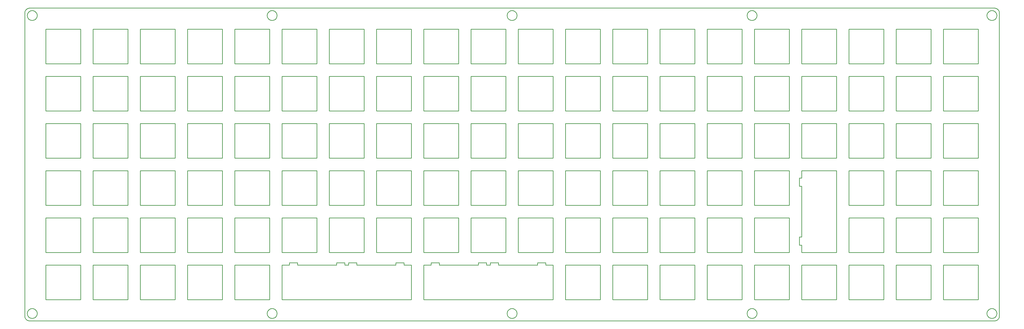
<source format=gbr>
G04 EAGLE Gerber RS-274X export*
G75*
%MOMM*%
%FSLAX34Y34*%
%LPD*%
%IN*%
%IPPOS*%
%AMOC8*
5,1,8,0,0,1.08239X$1,22.5*%
G01*
%ADD10C,0.254000*%


D10*
X951Y22517D02*
X1020Y20946D01*
X1199Y19389D01*
X1502Y17846D01*
X1929Y16330D01*
X2481Y14855D01*
X3128Y13436D01*
X3900Y12072D01*
X4768Y10763D01*
X5746Y9536D01*
X6808Y8365D01*
X7965Y7304D01*
X9192Y6325D01*
X10501Y5457D01*
X11879Y4685D01*
X13298Y4038D01*
X14759Y3486D01*
X16288Y3073D01*
X17818Y2756D01*
X19389Y2577D01*
X20960Y2508D01*
X3910960Y2508D01*
X3912520Y2577D01*
X3914070Y2756D01*
X3915620Y3073D01*
X3917140Y3486D01*
X3918620Y4038D01*
X3920030Y4685D01*
X3921410Y5457D01*
X3922710Y6325D01*
X3923950Y7304D01*
X3925110Y8365D01*
X3926170Y9536D01*
X3927160Y10763D01*
X3928000Y12072D01*
X3928780Y13436D01*
X3929450Y14855D01*
X3929980Y16330D01*
X3930400Y17846D01*
X3930720Y19389D01*
X3930900Y20946D01*
X3930970Y22517D01*
X3930970Y1245510D01*
X3930900Y1247080D01*
X3930720Y1248650D01*
X3930400Y1250180D01*
X3929980Y1251710D01*
X3929450Y1253170D01*
X3928780Y1254590D01*
X3928000Y1255970D01*
X3927160Y1257280D01*
X3926170Y1258510D01*
X3925110Y1259660D01*
X3923950Y1260730D01*
X3922710Y1261700D01*
X3921410Y1262570D01*
X3920030Y1263340D01*
X3918620Y1263990D01*
X3917140Y1264540D01*
X3915620Y1264970D01*
X3914070Y1265270D01*
X3912520Y1265450D01*
X3910960Y1265520D01*
X20960Y1265520D01*
X19389Y1265450D01*
X17818Y1265270D01*
X16288Y1264970D01*
X14759Y1264540D01*
X13298Y1263990D01*
X11879Y1263340D01*
X10501Y1262570D01*
X9192Y1261700D01*
X7965Y1260730D01*
X6808Y1259660D01*
X5746Y1258510D01*
X4768Y1257280D01*
X3900Y1255970D01*
X3128Y1254590D01*
X2481Y1253170D01*
X1929Y1251710D01*
X1502Y1250180D01*
X1199Y1248650D01*
X1020Y1247080D01*
X951Y1245510D01*
X951Y22517D01*
X978447Y1235520D02*
X979442Y1229340D01*
X982278Y1223770D01*
X986688Y1219340D01*
X992269Y1216490D01*
X998456Y1215510D01*
X1004630Y1216490D01*
X1010200Y1219340D01*
X1014630Y1223770D01*
X1017470Y1229340D01*
X1018450Y1235520D01*
X1017470Y1241710D01*
X1014630Y1247280D01*
X1010200Y1251710D01*
X1004630Y1254550D01*
X998456Y1255520D01*
X992269Y1254550D01*
X986688Y1251710D01*
X982278Y1247280D01*
X979442Y1241710D01*
X978447Y1235520D01*
X1945950Y1235520D02*
X1946930Y1229340D01*
X1949770Y1223770D01*
X1954190Y1219340D01*
X1959780Y1216490D01*
X1965950Y1215510D01*
X1972140Y1216490D01*
X1977720Y1219340D01*
X1982130Y1223770D01*
X1984980Y1229340D01*
X1985960Y1235520D01*
X1984980Y1241710D01*
X1982130Y1247280D01*
X1977720Y1251710D01*
X1972140Y1254550D01*
X1965950Y1255520D01*
X1959780Y1254550D01*
X1954190Y1251710D01*
X1949770Y1247280D01*
X1946930Y1241710D01*
X1945950Y1235520D01*
X2913450Y1235520D02*
X2914440Y1229340D01*
X2917280Y1223770D01*
X2921700Y1219340D01*
X2927270Y1216490D01*
X2933460Y1215510D01*
X2939630Y1216490D01*
X2945210Y1219340D01*
X2949630Y1223770D01*
X2952470Y1229340D01*
X2953450Y1235520D01*
X2952470Y1241710D01*
X2949630Y1247280D01*
X2945210Y1251710D01*
X2939630Y1254550D01*
X2933460Y1255520D01*
X2927270Y1254550D01*
X2921700Y1251710D01*
X2917280Y1247280D01*
X2914440Y1241710D01*
X2913450Y1235520D01*
X2562710Y1040270D02*
X2702700Y1040270D01*
X2702700Y1180270D01*
X2562710Y1180270D01*
X2562710Y1040270D01*
X1038700Y849768D02*
X1178690Y849768D01*
X1178690Y989764D01*
X1038700Y989764D01*
X1038700Y849768D01*
X1610210Y849768D02*
X1750200Y849768D01*
X1750200Y989764D01*
X1610210Y989764D01*
X1610210Y849768D01*
X2753210Y849768D02*
X2893200Y849768D01*
X2893200Y989764D01*
X2753210Y989764D01*
X2753210Y849768D01*
X3134210Y849768D02*
X3274200Y849768D01*
X3274200Y989764D01*
X3134210Y989764D01*
X3134210Y849768D01*
X1945950Y32522D02*
X1946930Y26321D01*
X1949770Y20753D01*
X1954190Y16330D01*
X1959780Y13491D01*
X1965950Y12513D01*
X1972140Y13491D01*
X1977720Y16330D01*
X1982130Y20753D01*
X1984980Y26321D01*
X1985960Y32522D01*
X1984980Y38696D01*
X1982130Y44263D01*
X1977720Y48700D01*
X1972140Y51539D01*
X1965950Y52517D01*
X1959780Y51539D01*
X1954190Y48700D01*
X1949770Y44263D01*
X1946930Y38696D01*
X1945950Y32522D01*
X3515210Y87781D02*
X3655200Y87781D01*
X3655200Y227776D01*
X3515210Y227776D01*
X3515210Y87781D01*
X1610200Y87781D02*
X2131200Y87781D01*
X2131200Y227776D01*
X2101450Y227776D01*
X2101450Y237477D01*
X2068450Y237477D01*
X2068450Y227776D01*
X1910950Y227776D01*
X1910950Y237477D01*
X1877950Y237477D01*
X1877950Y227776D01*
X1863450Y227776D01*
X1863450Y237477D01*
X1830450Y237477D01*
X1830450Y227776D01*
X1672950Y227776D01*
X1672950Y237477D01*
X1639950Y237477D01*
X1639950Y227776D01*
X1610200Y227776D01*
X1610200Y87781D01*
X1038700Y87781D02*
X1559700Y87781D01*
X1559700Y227776D01*
X1529950Y227776D01*
X1529950Y237477D01*
X1496950Y237477D01*
X1496950Y227776D01*
X1339450Y227776D01*
X1339450Y237477D01*
X1306450Y237477D01*
X1306450Y227776D01*
X1291950Y227776D01*
X1291950Y237477D01*
X1258950Y237477D01*
X1258950Y227776D01*
X1101450Y227776D01*
X1101450Y237477D01*
X1068450Y237477D01*
X1068450Y227776D01*
X1038700Y227776D01*
X1038700Y87781D01*
X3324710Y278267D02*
X3464700Y278267D01*
X3464700Y418264D01*
X3324710Y418264D01*
X3324710Y278267D01*
X2753210Y278267D02*
X2893200Y278267D01*
X2893200Y418264D01*
X2753210Y418264D01*
X2753210Y278267D01*
X1800710Y278267D02*
X1940700Y278267D01*
X1940700Y418264D01*
X1800710Y418264D01*
X1800710Y278267D01*
X3515210Y468768D02*
X3655200Y468768D01*
X3655200Y608764D01*
X3515210Y608764D01*
X3515210Y468768D01*
X2372210Y468768D02*
X2512200Y468768D01*
X2512200Y608764D01*
X2372210Y608764D01*
X2372210Y468768D01*
X1991210Y468768D02*
X2131200Y468768D01*
X2131200Y608764D01*
X1991210Y608764D01*
X1991210Y468768D01*
X3515210Y659268D02*
X3655200Y659268D01*
X3655200Y799264D01*
X3515210Y799264D01*
X3515210Y659268D01*
X3134210Y659268D02*
X3274200Y659268D01*
X3274200Y799264D01*
X3134210Y799264D01*
X3134210Y659268D01*
X1991210Y659268D02*
X2131200Y659268D01*
X2131200Y799264D01*
X1991210Y799264D01*
X1991210Y659268D01*
X1610210Y659268D02*
X1750200Y659268D01*
X1750200Y799264D01*
X1610210Y799264D01*
X1610210Y659268D01*
X1038700Y659268D02*
X1178690Y659268D01*
X1178690Y799264D01*
X1038700Y799264D01*
X1038700Y659268D01*
X276710Y1040270D02*
X416705Y1040270D01*
X416705Y1180270D01*
X276710Y1180270D01*
X276710Y1040270D01*
X1800710Y1040270D02*
X1940700Y1040270D01*
X1940700Y1180270D01*
X1800710Y1180270D01*
X1800710Y1040270D01*
X3324710Y1040270D02*
X3464700Y1040270D01*
X3464700Y1180270D01*
X3324710Y1180270D01*
X3324710Y1040270D01*
X1991210Y849768D02*
X2131200Y849768D01*
X2131200Y989764D01*
X1991210Y989764D01*
X1991210Y849768D01*
X2372210Y849768D02*
X2512200Y849768D01*
X2512200Y989764D01*
X2372210Y989764D01*
X2372210Y849768D01*
X3515210Y849768D02*
X3655200Y849768D01*
X3655200Y989764D01*
X3515210Y989764D01*
X3515210Y849768D01*
X2753210Y87781D02*
X2893200Y87781D01*
X2893200Y227776D01*
X2753210Y227776D01*
X2753210Y87781D01*
X657712Y87781D02*
X797705Y87781D01*
X797705Y227776D01*
X657712Y227776D01*
X657712Y87781D01*
X3515210Y278267D02*
X3655200Y278267D01*
X3655200Y418264D01*
X3515210Y418264D01*
X3515210Y278267D01*
X3124510Y308019D02*
X3134210Y308019D01*
X3134210Y278267D01*
X3274200Y278267D01*
X3274200Y608764D01*
X3134210Y608764D01*
X3134210Y579025D01*
X3124510Y579025D01*
X3124510Y546019D01*
X3134210Y546019D01*
X3134210Y341023D01*
X3124510Y341023D01*
X3124510Y308019D01*
X2562710Y278267D02*
X2702700Y278267D01*
X2702700Y418264D01*
X2562710Y418264D01*
X2562710Y278267D01*
X1991210Y278267D02*
X2131200Y278267D01*
X2131200Y418264D01*
X1991210Y418264D01*
X1991210Y278267D01*
X1038700Y278267D02*
X1178690Y278267D01*
X1178690Y418264D01*
X1038700Y418264D01*
X1038700Y278267D01*
X467212Y278267D02*
X607205Y278267D01*
X607205Y418264D01*
X467212Y418264D01*
X467212Y278267D01*
X2753210Y468768D02*
X2893200Y468768D01*
X2893200Y608764D01*
X2753210Y608764D01*
X2753210Y468768D01*
X1610210Y468768D02*
X1750200Y468768D01*
X1750200Y608764D01*
X1610210Y608764D01*
X1610210Y468768D01*
X1038700Y468768D02*
X1178690Y468768D01*
X1178690Y608764D01*
X1038700Y608764D01*
X1038700Y468768D01*
X2753210Y659268D02*
X2893200Y659268D01*
X2893200Y799264D01*
X2753210Y799264D01*
X2753210Y659268D01*
X2372210Y659268D02*
X2512200Y659268D01*
X2512200Y799264D01*
X2372210Y799264D01*
X2372210Y659268D01*
X3880980Y1235520D02*
X3881930Y1229340D01*
X3884790Y1223770D01*
X3889200Y1219340D01*
X3894770Y1216490D01*
X3900980Y1215510D01*
X3907160Y1216490D01*
X3912730Y1219340D01*
X3917140Y1223770D01*
X3920000Y1229340D01*
X3920950Y1235520D01*
X3920000Y1241710D01*
X3917140Y1247280D01*
X3912730Y1251710D01*
X3907160Y1254550D01*
X3900980Y1255520D01*
X3894770Y1254550D01*
X3889200Y1251710D01*
X3884790Y1247280D01*
X3881930Y1241710D01*
X3880980Y1235520D01*
X2181710Y1040270D02*
X2321700Y1040270D01*
X2321700Y1180270D01*
X2181710Y1180270D01*
X2181710Y1040270D01*
X3705720Y1040270D02*
X3845700Y1040270D01*
X3845700Y1180270D01*
X3705720Y1180270D01*
X3705720Y1040270D01*
X657712Y849768D02*
X797705Y849768D01*
X797705Y989764D01*
X657712Y989764D01*
X657712Y849768D01*
X1229200Y849768D02*
X1369200Y849768D01*
X1369200Y989764D01*
X1229200Y989764D01*
X1229200Y849768D01*
X3705720Y87781D02*
X3845700Y87781D01*
X3845700Y227776D01*
X3705720Y227776D01*
X3705720Y87781D01*
X3134210Y87781D02*
X3274200Y87781D01*
X3274200Y227776D01*
X3134210Y227776D01*
X3134210Y87781D01*
X2372210Y87781D02*
X2512200Y87781D01*
X2512200Y227776D01*
X2372210Y227776D01*
X2372210Y87781D01*
X2372210Y278267D02*
X2512200Y278267D01*
X2512200Y418264D01*
X2372210Y418264D01*
X2372210Y278267D01*
X2181710Y278267D02*
X2321700Y278267D01*
X2321700Y418264D01*
X2181710Y418264D01*
X2181710Y278267D01*
X3705720Y468768D02*
X3845700Y468768D01*
X3845700Y608764D01*
X3705720Y608764D01*
X3705720Y468768D01*
X3705720Y659268D02*
X3845700Y659268D01*
X3845700Y799264D01*
X3705720Y799264D01*
X3705720Y659268D01*
X1229200Y659268D02*
X1369200Y659268D01*
X1369200Y799264D01*
X1229200Y799264D01*
X1229200Y659268D01*
X657712Y659268D02*
X797705Y659268D01*
X797705Y799264D01*
X657712Y799264D01*
X657712Y659268D01*
X10942Y1235520D02*
X11920Y1229340D01*
X14759Y1223770D01*
X19196Y1219340D01*
X24763Y1216490D01*
X30951Y1215510D01*
X37138Y1216490D01*
X42706Y1219340D01*
X47129Y1223770D01*
X49982Y1229340D01*
X50946Y1235520D01*
X49982Y1241710D01*
X47129Y1247280D01*
X42706Y1251710D01*
X37138Y1254550D01*
X30951Y1255520D01*
X24763Y1254550D01*
X19196Y1251710D01*
X14759Y1247280D01*
X11920Y1241710D01*
X10942Y1235520D01*
X848212Y1040270D02*
X988205Y1040270D01*
X988205Y1180270D01*
X848212Y1180270D01*
X848212Y1040270D01*
X1419710Y1040270D02*
X1559700Y1040270D01*
X1559700Y1180270D01*
X1419710Y1180270D01*
X1419710Y1040270D01*
X2943710Y1040270D02*
X3083700Y1040270D01*
X3083700Y1180270D01*
X2943710Y1180270D01*
X2943710Y1040270D01*
X3705720Y849768D02*
X3845700Y849768D01*
X3845700Y989764D01*
X3705720Y989764D01*
X3705720Y849768D01*
X2913450Y32522D02*
X2914440Y26321D01*
X2917280Y20753D01*
X2921700Y16330D01*
X2927270Y13491D01*
X2933460Y12513D01*
X2939630Y13491D01*
X2945210Y16330D01*
X2949630Y20753D01*
X2952470Y26321D01*
X2953450Y32522D01*
X2952470Y38696D01*
X2949630Y44263D01*
X2945210Y48700D01*
X2939630Y51539D01*
X2933460Y52517D01*
X2927270Y51539D01*
X2921700Y48700D01*
X2917280Y44263D01*
X2914440Y38696D01*
X2913450Y32522D01*
X3705720Y278267D02*
X3845700Y278267D01*
X3845700Y418264D01*
X3705720Y418264D01*
X3705720Y278267D01*
X2943710Y278267D02*
X3083700Y278267D01*
X3083700Y418264D01*
X2943710Y418264D01*
X2943710Y278267D01*
X1610210Y278267D02*
X1750200Y278267D01*
X1750200Y418264D01*
X1610210Y418264D01*
X1610210Y278267D01*
X1419710Y278267D02*
X1559700Y278267D01*
X1559700Y418264D01*
X1419710Y418264D01*
X1419710Y278267D01*
X1229200Y468768D02*
X1369200Y468768D01*
X1369200Y608764D01*
X1229200Y608764D01*
X1229200Y468768D01*
X657712Y468768D02*
X797705Y468768D01*
X797705Y608764D01*
X657712Y608764D01*
X657712Y468768D01*
X1991210Y1040270D02*
X2131200Y1040270D01*
X2131200Y1180270D01*
X1991210Y1180270D01*
X1991210Y1040270D01*
X3515210Y1040270D02*
X3655200Y1040270D01*
X3655200Y1180270D01*
X3515210Y1180270D01*
X3515210Y1040270D01*
X276710Y849768D02*
X416705Y849768D01*
X416705Y989764D01*
X276710Y989764D01*
X276710Y849768D01*
X1419710Y849768D02*
X1559700Y849768D01*
X1559700Y989764D01*
X1419710Y989764D01*
X1419710Y849768D01*
X1800710Y849768D02*
X1940700Y849768D01*
X1940700Y989764D01*
X1800710Y989764D01*
X1800710Y849768D01*
X2943710Y849768D02*
X3083700Y849768D01*
X3083700Y989764D01*
X2943710Y989764D01*
X2943710Y849768D01*
X3324710Y849768D02*
X3464700Y849768D01*
X3464700Y989764D01*
X3324710Y989764D01*
X3324710Y849768D01*
X3324710Y87781D02*
X3464700Y87781D01*
X3464700Y227776D01*
X3324710Y227776D01*
X3324710Y87781D01*
X2562710Y87781D02*
X2702700Y87781D01*
X2702700Y227776D01*
X2562710Y227776D01*
X2562710Y87781D01*
X276710Y278267D02*
X416705Y278267D01*
X416705Y418264D01*
X276710Y418264D01*
X276710Y278267D01*
X2562710Y468768D02*
X2702700Y468768D01*
X2702700Y608764D01*
X2562710Y608764D01*
X2562710Y468768D01*
X2181710Y468768D02*
X2321700Y468768D01*
X2321700Y608764D01*
X2181710Y608764D01*
X2181710Y468768D01*
X2943710Y659268D02*
X3083700Y659268D01*
X3083700Y799264D01*
X2943710Y799264D01*
X2943710Y659268D01*
X2562710Y659268D02*
X2702700Y659268D01*
X2702700Y799264D01*
X2562710Y799264D01*
X2562710Y659268D01*
X1419710Y659268D02*
X1559700Y659268D01*
X1559700Y799264D01*
X1419710Y799264D01*
X1419710Y659268D01*
X2753210Y1040270D02*
X2893200Y1040270D01*
X2893200Y1180270D01*
X2753210Y1180270D01*
X2753210Y1040270D01*
X2181710Y849768D02*
X2321700Y849768D01*
X2321700Y989764D01*
X2181710Y989764D01*
X2181710Y849768D01*
X2562710Y849768D02*
X2702700Y849768D01*
X2702700Y989764D01*
X2562710Y989764D01*
X2562710Y849768D01*
X276710Y659268D02*
X416705Y659268D01*
X416705Y799264D01*
X276710Y799264D01*
X276710Y659268D01*
X467212Y87781D02*
X607205Y87781D01*
X607205Y227776D01*
X467212Y227776D01*
X467212Y87781D01*
X276710Y87781D02*
X416705Y87781D01*
X416705Y227776D01*
X276710Y227776D01*
X276710Y87781D01*
X1229200Y278267D02*
X1369200Y278267D01*
X1369200Y418264D01*
X1229200Y418264D01*
X1229200Y278267D01*
X657712Y278267D02*
X797705Y278267D01*
X797705Y418264D01*
X657712Y418264D01*
X657712Y278267D01*
X3324710Y468768D02*
X3464700Y468768D01*
X3464700Y608764D01*
X3324710Y608764D01*
X3324710Y468768D01*
X2943710Y468768D02*
X3083700Y468768D01*
X3083700Y608764D01*
X2943710Y608764D01*
X2943710Y468768D01*
X1800710Y468768D02*
X1940700Y468768D01*
X1940700Y608764D01*
X1800710Y608764D01*
X1800710Y468768D01*
X1419710Y468768D02*
X1559700Y468768D01*
X1559700Y608764D01*
X1419710Y608764D01*
X1419710Y468768D01*
X276710Y468768D02*
X416705Y468768D01*
X416705Y608764D01*
X276710Y608764D01*
X276710Y468768D01*
X3324710Y659268D02*
X3464700Y659268D01*
X3464700Y799264D01*
X3324710Y799264D01*
X3324710Y659268D01*
X2181710Y659268D02*
X2321700Y659268D01*
X2321700Y799264D01*
X2181710Y799264D01*
X2181710Y659268D01*
X1800710Y659268D02*
X1940700Y659268D01*
X1940700Y799264D01*
X1800710Y799264D01*
X1800710Y659268D01*
X2372210Y1040270D02*
X2512200Y1040270D01*
X2512200Y1180270D01*
X2372210Y1180270D01*
X2372210Y1040270D01*
X10942Y32522D02*
X11920Y26321D01*
X14759Y20753D01*
X19196Y16330D01*
X24763Y13491D01*
X30951Y12513D01*
X37138Y13491D01*
X42706Y16330D01*
X47129Y20753D01*
X49982Y26321D01*
X50946Y32522D01*
X49982Y38696D01*
X47129Y44263D01*
X42706Y48700D01*
X37138Y51539D01*
X30951Y52517D01*
X24763Y51539D01*
X19196Y48700D01*
X14759Y44263D01*
X11920Y38696D01*
X10942Y32522D01*
X3880980Y32522D02*
X3881930Y26321D01*
X3884790Y20753D01*
X3889200Y16330D01*
X3894770Y13491D01*
X3900980Y12513D01*
X3907160Y13491D01*
X3912730Y16330D01*
X3917140Y20753D01*
X3920000Y26321D01*
X3920950Y32522D01*
X3920000Y38696D01*
X3917140Y44263D01*
X3912730Y48700D01*
X3907160Y51539D01*
X3900980Y52517D01*
X3894770Y51539D01*
X3889200Y48700D01*
X3884790Y44263D01*
X3881930Y38696D01*
X3880980Y32522D01*
X2943710Y87781D02*
X3083700Y87781D01*
X3083700Y227776D01*
X2943710Y227776D01*
X2943710Y87781D01*
X848212Y87781D02*
X988205Y87781D01*
X988205Y227776D01*
X848212Y227776D01*
X848212Y87781D01*
X848212Y468768D02*
X988205Y468768D01*
X988205Y608764D01*
X848212Y608764D01*
X848212Y468768D01*
X467212Y468768D02*
X607205Y468768D01*
X607205Y608764D01*
X467212Y608764D01*
X467212Y468768D01*
X848212Y659268D02*
X988205Y659268D01*
X988205Y799264D01*
X848212Y799264D01*
X848212Y659268D01*
X1610210Y1040270D02*
X1750200Y1040270D01*
X1750200Y1180270D01*
X1610210Y1180270D01*
X1610210Y1040270D01*
X3134210Y1040270D02*
X3274200Y1040270D01*
X3274200Y1180270D01*
X3134210Y1180270D01*
X3134210Y1040270D01*
X467212Y849768D02*
X607205Y849768D01*
X607205Y989764D01*
X467212Y989764D01*
X467212Y849768D01*
X848212Y849768D02*
X988205Y849768D01*
X988205Y989764D01*
X848212Y989764D01*
X848212Y849768D01*
X467212Y659268D02*
X607205Y659268D01*
X607205Y799264D01*
X467212Y799264D01*
X467212Y659268D01*
X2181710Y87781D02*
X2321700Y87781D01*
X2321700Y227776D01*
X2181710Y227776D01*
X2181710Y87781D01*
X848212Y278267D02*
X988205Y278267D01*
X988205Y418264D01*
X848212Y418264D01*
X848212Y278267D01*
X467212Y1040270D02*
X607205Y1040270D01*
X607205Y1180270D01*
X467212Y1180270D01*
X467212Y1040270D01*
X1038700Y1040270D02*
X1178690Y1040270D01*
X1178690Y1180270D01*
X1038700Y1180270D01*
X1038700Y1040270D01*
X978447Y32522D02*
X979442Y26321D01*
X982278Y20753D01*
X986688Y16330D01*
X992269Y13491D01*
X998456Y12513D01*
X1004630Y13491D01*
X1010200Y16330D01*
X1014630Y20753D01*
X1017470Y26321D01*
X1018450Y32522D01*
X1017470Y38696D01*
X1014630Y44263D01*
X1010200Y48700D01*
X1004630Y51539D01*
X998456Y52517D01*
X992269Y51539D01*
X986688Y48700D01*
X982278Y44263D01*
X979442Y38696D01*
X978447Y32522D01*
X657712Y1040270D02*
X797705Y1040270D01*
X797705Y1180270D01*
X657712Y1180270D01*
X657712Y1040270D01*
X1229200Y1040270D02*
X1369200Y1040270D01*
X1369200Y1180270D01*
X1229200Y1180270D01*
X1229200Y1040270D01*
X86196Y468768D02*
X226205Y468768D01*
X226205Y608764D01*
X86196Y608764D01*
X86196Y468768D01*
X86196Y849768D02*
X226205Y849768D01*
X226205Y989764D01*
X86196Y989764D01*
X86196Y849768D01*
X86196Y659268D02*
X226205Y659268D01*
X226205Y799264D01*
X86196Y799264D01*
X86196Y659268D01*
X86196Y278267D02*
X226205Y278267D01*
X226205Y418264D01*
X86196Y418264D01*
X86196Y278267D01*
X86196Y87781D02*
X226205Y87781D01*
X226205Y227776D01*
X86196Y227776D01*
X86196Y87781D01*
X86196Y1040270D02*
X226205Y1040270D01*
X226205Y1180270D01*
X86196Y1180270D01*
X86196Y1040270D01*
M02*

</source>
